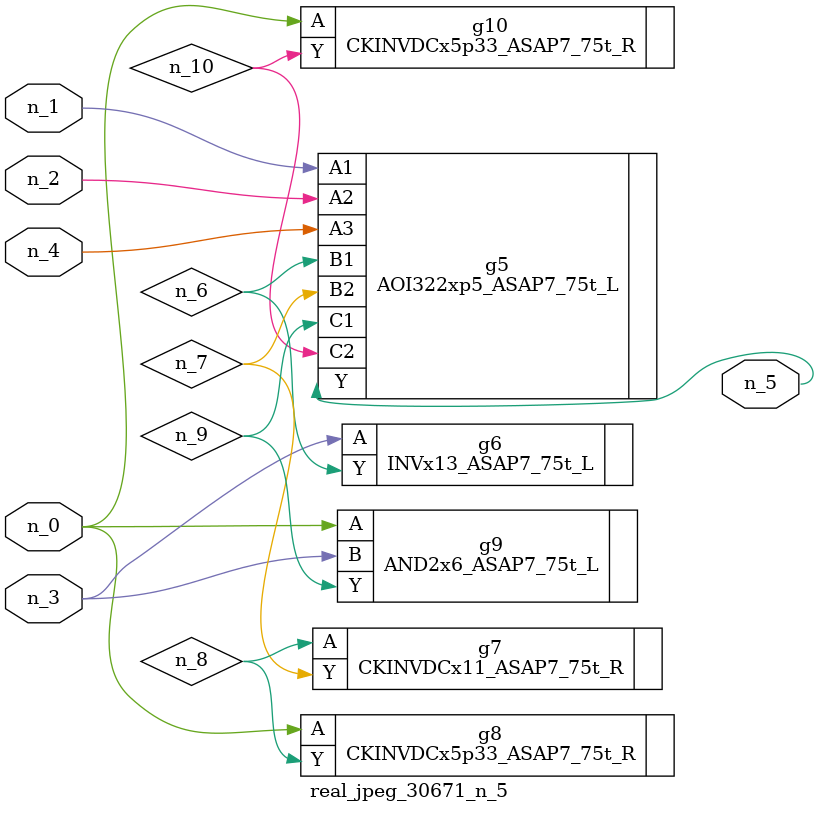
<source format=v>
module real_jpeg_30671_n_5 (n_4, n_0, n_1, n_2, n_3, n_5);

input n_4;
input n_0;
input n_1;
input n_2;
input n_3;

output n_5;

wire n_8;
wire n_6;
wire n_7;
wire n_10;
wire n_9;

CKINVDCx5p33_ASAP7_75t_R g8 ( 
.A(n_0),
.Y(n_8)
);

AND2x6_ASAP7_75t_L g9 ( 
.A(n_0),
.B(n_3),
.Y(n_9)
);

CKINVDCx5p33_ASAP7_75t_R g10 ( 
.A(n_0),
.Y(n_10)
);

AOI322xp5_ASAP7_75t_L g5 ( 
.A1(n_1),
.A2(n_2),
.A3(n_4),
.B1(n_6),
.B2(n_7),
.C1(n_9),
.C2(n_10),
.Y(n_5)
);

INVx13_ASAP7_75t_L g6 ( 
.A(n_3),
.Y(n_6)
);

CKINVDCx11_ASAP7_75t_R g7 ( 
.A(n_8),
.Y(n_7)
);


endmodule
</source>
